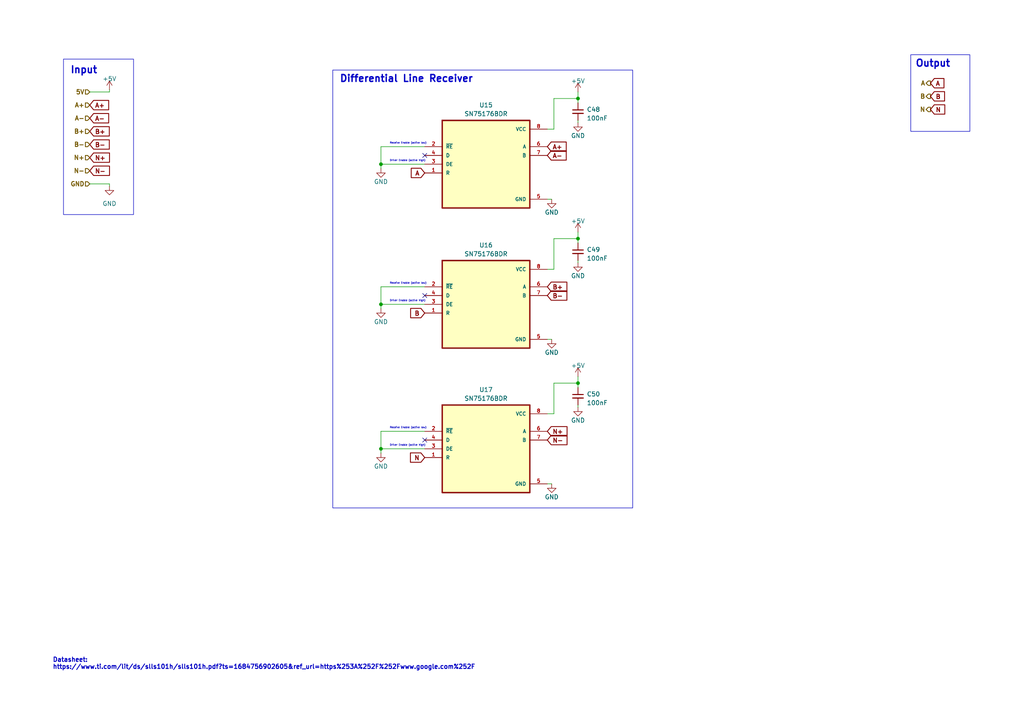
<source format=kicad_sch>
(kicad_sch (version 20230121) (generator eeschema)
  (paper "A4")
  (lib_symbols
    (symbol "Device:C_Small" (pin_numbers hide) (pin_names (offset 0.254) hide)
      (property "Reference" "C" (at 0.254 1.778 0))
      (property "Value" "C_Small" (at 0.254 -2.032 0))
      (symbol "C_Small_0_1"
        (polyline (pts (xy -1.524 -0.508) (xy 1.524 -0.508)) (stroke (width 0.3302)))
        (polyline (pts (xy -1.524 0.508) (xy 1.524 0.508)) (stroke (width 0.3048)))
      )
      (symbol "C_Small_1_1"
        (pin passive line (at 0 2.54 270) (length 2.032) (name "~") (number "1"))
        (pin passive line (at 0 -2.54 90) (length 2.032) (name "~") (number "2"))
      )
    )
    (symbol "SN75176BDR:SN75176BDR" (pin_names (offset 1.016))
      (property "Reference" "U" (at -12.7 13.7 0))
      (property "Value" "SN75176BDR" (at -12.7 -16.7 0))
      (symbol "SN75176BDR_0_0"
        (rectangle (start -12.7 -12.7) (end 12.7 12.7) (stroke (width 0.41)) (fill (type background)))
        (pin input line (at -17.78 -2.54 0) (length 5.08) (name "R") (number "1"))
        (pin input line (at -17.78 5.08 0) (length 5.08) (name "~{RE}") (number "2"))
        (pin input line (at -17.78 0 0) (length 5.08) (name "DE") (number "3"))
        (pin input line (at -17.78 2.54 0) (length 5.08) (name "D") (number "4"))
        (pin power_in line (at 17.78 -10.16 180) (length 5.08) (name "GND") (number "5"))
        (pin output line (at 17.78 5.08 180) (length 5.08) (name "A") (number "6"))
        (pin output line (at 17.78 2.54 180) (length 5.08) (name "B") (number "7"))
        (pin power_in line (at 17.78 10.16 180) (length 5.08) (name "VCC") (number "8"))
      )
    )
    (symbol "power:+5V" (power) (pin_names (offset 0))
      (property "Value" "+5V" (at 0 3.556 0))
      (symbol "+5V_0_1"
        (polyline (pts (xy -0.762 1.27) (xy 0 2.54)))
        (polyline (pts (xy 0 0) (xy 0 2.54)))
        (polyline (pts (xy 0 2.54) (xy 0.762 1.27)))
      )
      (symbol "+5V_1_1"
        (pin power_in line (at 0 0 90) (length 0) hide (name "+5V") (number "1"))
      )
    )
    (symbol "power:GND" (power) (pin_names (offset 0))
      (property "Value" "GND" (at 0 -3.81 0))
      (symbol "GND_0_1"
        (polyline (pts (xy 0 0) (xy 0 -1.27) (xy 1.27 -1.27) (xy 0 -2.54) (xy -1.27 -1.27) (xy 0 -1.27)))
      )
      (symbol "GND_1_1"
        (pin power_in line (at 0 0 270) (length 0) hide (name "GND") (number "1"))
      )
    )
  )
  (junction (at 167.64 28.575))
  (junction (at 110.49 88.265))
  (junction (at 167.64 69.215))
  (junction (at 110.49 47.625))
  (junction (at 110.49 130.175))
  (junction (at 167.64 111.125))
  (no_connect (at 123.19 127.635))
  (no_connect (at 123.19 85.725))
  (no_connect (at 123.19 45.085))
  (wire (pts (xy 167.64 28.575) (xy 167.64 29.845)))
  (wire (pts (xy 167.64 111.125) (xy 160.655 111.125)))
  (wire (pts (xy 167.64 75.565) (xy 167.64 76.2)))
  (wire (pts (xy 160.655 37.465) (xy 158.75 37.465)))
  (wire (pts (xy 123.19 42.545) (xy 110.49 42.545)))
  (wire (pts (xy 160.655 78.105) (xy 158.75 78.105)))
  (wire (pts (xy 123.19 130.175) (xy 110.49 130.175)))
  (wire (pts (xy 167.64 117.475) (xy 167.64 118.11)))
  (wire (pts (xy 167.64 34.925) (xy 167.64 35.56)))
  (wire (pts (xy 167.64 111.125) (xy 167.64 112.395)))
  (wire (pts (xy 110.49 47.625) (xy 110.49 48.895)))
  (wire (pts (xy 167.64 109.22) (xy 167.64 111.125)))
  (wire (pts (xy 123.19 47.625) (xy 110.49 47.625)))
  (wire (pts (xy 167.64 67.31) (xy 167.64 69.215)))
  (wire (pts (xy 158.75 140.335) (xy 160.02 140.335)))
  (wire (pts (xy 31.75 26.035) (xy 31.75 26.67)))
  (wire (pts (xy 160.655 69.215) (xy 160.655 78.105)))
  (wire (pts (xy 123.19 125.095) (xy 110.49 125.095)))
  (wire (pts (xy 158.75 98.425) (xy 160.02 98.425)))
  (wire (pts (xy 110.49 125.095) (xy 110.49 130.175)))
  (wire (pts (xy 110.49 42.545) (xy 110.49 47.625)))
  (wire (pts (xy 123.19 88.265) (xy 110.49 88.265)))
  (wire (pts (xy 160.655 111.125) (xy 160.655 120.015)))
  (wire (pts (xy 158.75 57.785) (xy 160.02 57.785)))
  (wire (pts (xy 160.655 28.575) (xy 160.655 37.465)))
  (wire (pts (xy 26.035 53.34) (xy 31.75 53.34)))
  (wire (pts (xy 167.64 69.215) (xy 167.64 70.485)))
  (wire (pts (xy 123.19 83.185) (xy 110.49 83.185)))
  (wire (pts (xy 110.49 88.265) (xy 110.49 89.535)))
  (wire (pts (xy 110.49 83.185) (xy 110.49 88.265)))
  (wire (pts (xy 160.655 120.015) (xy 158.75 120.015)))
  (wire (pts (xy 167.64 26.67) (xy 167.64 28.575)))
  (wire (pts (xy 31.75 53.34) (xy 31.75 53.975)))
  (wire (pts (xy 167.64 28.575) (xy 160.655 28.575)))
  (wire (pts (xy 167.64 69.215) (xy 160.655 69.215)))
  (wire (pts (xy 110.49 130.175) (xy 110.49 131.445)))
  (wire (pts (xy 31.75 26.67) (xy 26.035 26.67)))
  (rectangle (start 264.16 15.875) (end 281.305 38.1))
  (rectangle (start 18.415 17.145) (end 38.735 62.23))
  (rectangle (start 96.52 20.32) (end 183.515 147.32))
  (text "Datasheet:\nhttps://www.ti.com/lit/ds/slls101h/slls101h.pdf?ts=1684756902605&ref_url=https%253A%252F%252Fwww.google.com%252F" (at 15.24 194.31 0) (effects (font (size 1.27 1.27) bold) (justify left bottom)))
  (text "Input" (at 20.32 21.59 0) (effects (font (size 2 2) bold) (justify left bottom)))
  (text "Driver Enable (active high)" (at 113.03 129.54 0) (effects (font (size 0.5 0.5) bold) (justify left bottom)))
  (text "Output" (at 265.43 19.685 0) (effects (font (size 2 2) bold) (justify left bottom)))
  (text "Receive Enable (active low)" (at 113.03 41.91 0) (effects (font (size 0.5 0.5) bold) (justify left bottom)))
  (text "Driver Enable (active high)" (at 113.03 87.63 0) (effects (font (size 0.5 0.5) bold) (justify left bottom)))
  (text "Receive Enable (active low)" (at 113.03 82.55 0) (effects (font (size 0.5 0.5) bold) (justify left bottom)))
  (text "Differential Line Receiver" (at 98.425 24.13 0) (effects (font (size 2 2) bold) (justify left bottom)))
  (text "Receive Enable (active low)" (at 113.03 124.46 0) (effects (font (size 0.5 0.5) bold) (justify left bottom)))
  (text "Driver Enable (active high)" (at 113.03 46.99 0) (effects (font (size 0.5 0.5) bold) (justify left bottom)))
  (global_label "B" (shape input) (at 123.19 90.805 180) (effects (font bold)) (property "Intersheetrefs" "${INTERSHEET_REFS}" (effects hide)))
  (global_label "A+" (shape input) (at 26.035 30.48 0) (effects (font bold)) (property "Intersheetrefs" "${INTERSHEET_REFS}" (effects hide)))
  (global_label "N" (shape input) (at 269.875 31.75 0) (effects (font bold)) (property "Intersheetrefs" "${INTERSHEET_REFS}" (effects hide)))
  (global_label "N+" (shape input) (at 26.035 45.72 0) (effects (font bold)) (property "Intersheetrefs" "${INTERSHEET_REFS}" (effects hide)))
  (global_label "A-" (shape input) (at 26.035 34.29 0) (effects (font bold)) (property "Intersheetrefs" "${INTERSHEET_REFS}" (effects hide)))
  (global_label "B+" (shape input) (at 158.75 83.185 0) (effects (font bold)) (property "Intersheetrefs" "${INTERSHEET_REFS}" (effects hide)))
  (global_label "N" (shape input) (at 123.19 132.715 180) (effects (font bold)) (property "Intersheetrefs" "${INTERSHEET_REFS}" (effects hide)))
  (global_label "B-" (shape input) (at 26.035 41.91 0) (effects (font bold)) (property "Intersheetrefs" "${INTERSHEET_REFS}" (effects hide)))
  (global_label "B+" (shape input) (at 26.035 38.1 0) (effects (font bold)) (property "Intersheetrefs" "${INTERSHEET_REFS}" (effects hide)))
  (global_label "B" (shape input) (at 269.875 27.94 0) (effects (font bold)) (property "Intersheetrefs" "${INTERSHEET_REFS}" (effects hide)))
  (global_label "B-" (shape input) (at 158.75 85.725 0) (effects (font bold)) (property "Intersheetrefs" "${INTERSHEET_REFS}" (effects hide)))
  (global_label "N-" (shape input) (at 26.035 49.53 0) (effects (font bold)) (property "Intersheetrefs" "${INTERSHEET_REFS}" (effects hide)))
  (global_label "N-" (shape input) (at 158.75 127.635 0) (effects (font bold)) (property "Intersheetrefs" "${INTERSHEET_REFS}" (effects hide)))
  (global_label "A" (shape input) (at 123.19 50.165 180) (effects (font bold)) (property "Intersheetrefs" "${INTERSHEET_REFS}" (effects hide)))
  (global_label "A" (shape input) (at 269.875 24.13 0) (effects (font bold)) (property "Intersheetrefs" "${INTERSHEET_REFS}" (effects hide)))
  (global_label "N+" (shape input) (at 158.75 125.095 0) (effects (font bold)) (property "Intersheetrefs" "${INTERSHEET_REFS}" (effects hide)))
  (global_label "A-" (shape input) (at 158.75 45.085 0) (effects (font bold)) (property "Intersheetrefs" "${INTERSHEET_REFS}" (effects hide)))
  (global_label "A+" (shape input) (at 158.75 42.545 0) (effects (font bold)) (property "Intersheetrefs" "${INTERSHEET_REFS}" (effects hide)))
  (hierarchical_label "A+" (shape input) (at 26.035 30.48 180) (effects (font bold)))
  (hierarchical_label "N" (shape output) (at 269.875 31.75 180) (effects (font bold)))
  (hierarchical_label "5V" (shape input) (at 26.035 26.67 180) (effects (font bold)))
  (hierarchical_label "B" (shape output) (at 269.875 27.94 180) (effects (font bold)))
  (hierarchical_label "B+" (shape input) (at 26.035 38.1 180) (effects (font bold)))
  (hierarchical_label "N-" (shape input) (at 26.035 49.53 180) (effects (font bold)))
  (hierarchical_label "GND" (shape input) (at 26.035 53.34 180) (effects (font bold)))
  (hierarchical_label "A-" (shape input) (at 26.035 34.29 180) (effects (font bold)))
  (hierarchical_label "A" (shape output) (at 269.875 24.13 180) (effects (font bold)))
  (hierarchical_label "B-" (shape input) (at 26.035 41.91 180) (effects (font bold)))
  (hierarchical_label "N+" (shape input) (at 26.035 45.72 180) (effects (font bold)))
  (symbol (lib_id "Device:C_Small") (at 167.64 114.935 0) (unit 1)
    (property "Reference" "C50" (at 170.18 114.3063 0) (effects (justify left)))
    (property "Value" "100nF" (at 170.18 116.8463 0) (effects (justify left)))
    (instances (project "Drawer_Controller" (path "" (reference "C50") (unit 1)) (path "" (reference "C53") (unit 1))))
  )
  (symbol (lib_id "power:GND") (at 167.64 35.56 0) (unit 1)
    (property "Reference" "#PWR0167" (effects hide))
    (property "Value" "GND" (at 167.64 39.37 0))
    (instances (project "Drawer_Controller" (path "" (reference "#PWR0167") (unit 1)) (path "" (reference "#PWR0190") (unit 1))))
  )
  (symbol (lib_id "SN75176BDR:SN75176BDR") (at 140.97 47.625 0) (unit 1)
    (property "Reference" "U15" (at 140.97 30.48 0))
    (property "Value" "SN75176BDR" (at 140.97 33.02 0))
    (property "Footprint" "SOIC127P599X175-8N" (effects hide))
    (instances (project "Drawer_Controller" (path "" (reference "U15") (unit 1)) (path "" (reference "U18") (unit 1))))
  )
  (symbol (lib_id "power:GND") (at 167.64 118.11 0) (unit 1)
    (property "Reference" "#PWR0176" (effects hide))
    (property "Value" "GND" (at 167.64 121.92 0))
    (instances (project "Drawer_Controller" (path "" (reference "#PWR0176") (unit 1)) (path "" (reference "#PWR0194") (unit 1))))
  )
  (symbol (lib_id "power:+5V") (at 31.75 26.035 0) (unit 1)
    (property "Reference" "#PWR0163" (effects hide))
    (property "Value" "+5V" (at 31.75 22.86 0))
    (instances (project "Drawer_Controller" (path "" (reference "#PWR0163") (unit 1)) (path "" (reference "#PWR0181") (unit 1))))
  )
  (symbol (lib_id "power:GND") (at 160.02 140.335 0) (unit 1)
    (property "Reference" "#PWR0174" (effects hide))
    (property "Value" "GND" (at 160.02 144.145 0))
    (instances (project "Drawer_Controller" (path "" (reference "#PWR0174") (unit 1)) (path "" (reference "#PWR0188") (unit 1))))
  )
  (symbol (lib_id "power:+5V") (at 167.64 67.31 0) (unit 1)
    (property "Reference" "#PWR0171" (effects hide))
    (property "Value" "+5V" (at 167.64 64.135 0))
    (instances (project "Drawer_Controller" (path "" (reference "#PWR0171") (unit 1)) (path "" (reference "#PWR0191") (unit 1))))
  )
  (symbol (lib_id "SN75176BDR:SN75176BDR") (at 140.97 130.175 0) (unit 1)
    (property "Reference" "U17" (at 140.97 113.03 0))
    (property "Value" "SN75176BDR" (at 140.97 115.57 0))
    (property "Footprint" "SOIC127P599X175-8N" (effects hide))
    (instances (project "Drawer_Controller" (path "" (reference "U17") (unit 1)) (path "" (reference "U20") (unit 1))))
  )
  (symbol (lib_id "power:GND") (at 110.49 89.535 0) (unit 1)
    (property "Reference" "#PWR0169" (effects hide))
    (property "Value" "GND" (at 110.49 93.345 0))
    (instances (project "Drawer_Controller" (path "" (reference "#PWR0169") (unit 1)) (path "" (reference "#PWR0184") (unit 1))))
  )
  (symbol (lib_id "Device:C_Small") (at 167.64 73.025 0) (unit 1)
    (property "Reference" "C49" (at 170.18 72.3963 0) (effects (justify left)))
    (property "Value" "100nF" (at 170.18 74.9363 0) (effects (justify left)))
    (instances (project "Drawer_Controller" (path "" (reference "C49") (unit 1)) (path "" (reference "C52") (unit 1))))
  )
  (symbol (lib_id "power:GND") (at 110.49 131.445 0) (unit 1)
    (property "Reference" "#PWR0173" (effects hide))
    (property "Value" "GND" (at 110.49 135.255 0))
    (instances (project "Drawer_Controller" (path "" (reference "#PWR0173") (unit 1)) (path "" (reference "#PWR0185") (unit 1))))
  )
  (symbol (lib_id "power:GND") (at 31.75 53.975 0) (unit 1)
    (property "Reference" "#PWR0164" (effects hide))
    (property "Value" "GND" (at 31.75 59.055 0))
    (instances (project "Drawer_Controller" (path "" (reference "#PWR0164") (unit 1)) (path "" (reference "#PWR0182") (unit 1))))
  )
  (symbol (lib_id "power:GND") (at 167.64 76.2 0) (unit 1)
    (property "Reference" "#PWR0172" (effects hide))
    (property "Value" "GND" (at 167.64 80.01 0))
    (instances (project "Drawer_Controller" (path "" (reference "#PWR0172") (unit 1)) (path "" (reference "#PWR0192") (unit 1))))
  )
  (symbol (lib_id "power:GND") (at 160.02 57.785 0) (unit 1)
    (property "Reference" "#PWR0166" (effects hide))
    (property "Value" "GND" (at 160.02 61.595 0))
    (instances (project "Drawer_Controller" (path "" (reference "#PWR0166") (unit 1)) (path "" (reference "#PWR0186") (unit 1))))
  )
  (symbol (lib_id "power:+5V") (at 167.64 26.67 0) (unit 1)
    (property "Reference" "#PWR0165" (effects hide))
    (property "Value" "+5V" (at 167.64 23.495 0))
    (instances (project "Drawer_Controller" (path "" (reference "#PWR0165") (unit 1)) (path "" (reference "#PWR0189") (unit 1))))
  )
  (symbol (lib_id "power:GND") (at 110.49 48.895 0) (unit 1)
    (property "Reference" "#PWR0168" (effects hide))
    (property "Value" "GND" (at 110.49 52.705 0))
    (instances (project "Drawer_Controller" (path "" (reference "#PWR0168") (unit 1)) (path "" (reference "#PWR0183") (unit 1))))
  )
  (symbol (lib_id "power:+5V") (at 167.64 109.22 0) (unit 1)
    (property "Reference" "#PWR0175" (effects hide))
    (property "Value" "+5V" (at 167.64 106.045 0))
    (instances (project "Drawer_Controller" (path "" (reference "#PWR0175") (unit 1)) (path "" (reference "#PWR0193") (unit 1))))
  )
  (symbol (lib_id "Device:C_Small") (at 167.64 32.385 0) (unit 1)
    (property "Reference" "C48" (at 170.18 31.7563 0) (effects (justify left)))
    (property "Value" "100nF" (at 170.18 34.2963 0) (effects (justify left)))
    (instances (project "Drawer_Controller" (path "" (reference "C48") (unit 1)) (path "" (reference "C51") (unit 1))))
  )
  (symbol (lib_id "SN75176BDR:SN75176BDR") (at 140.97 88.265 0) (unit 1)
    (property "Reference" "U16" (at 140.97 71.12 0))
    (property "Value" "SN75176BDR" (at 140.97 73.66 0))
    (property "Footprint" "SOIC127P599X175-8N" (effects hide))
    (instances (project "Drawer_Controller" (path "" (reference "U16") (unit 1)) (path "" (reference "U19") (unit 1))))
  )
  (symbol (lib_id "power:GND") (at 160.02 98.425 0) (unit 1)
    (property "Reference" "#PWR0170" (effects hide))
    (property "Value" "GND" (at 160.02 102.235 0))
    (instances (project "Drawer_Controller" (path "" (reference "#PWR0170") (unit 1)) (path "" (reference "#PWR0187") (unit 1))))
  )
)
</source>
